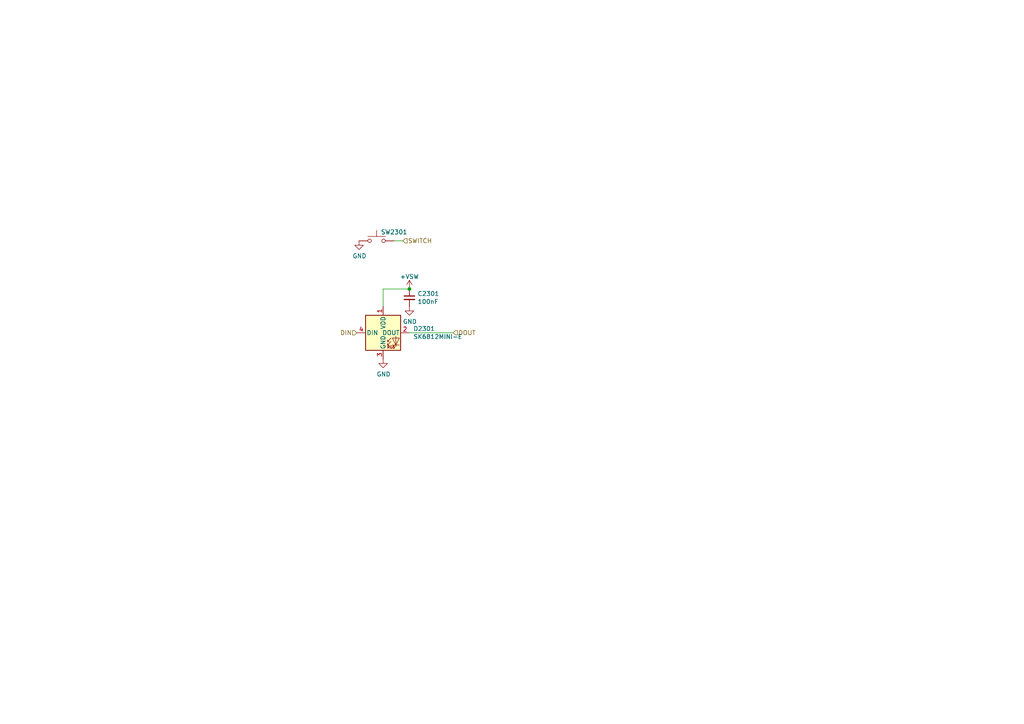
<source format=kicad_sch>
(kicad_sch (version 20211123) (generator eeschema)
  (paper "A4")
  (lib_symbols
    (symbol "Device:C_Small" (pin_numbers hide) (pin_names (offset 0.254) hide)
      (property "Reference" "C" (at 0.254 1.778 0))
      (property "Value" "C_Small" (at 0.254 -2.032 0))
      (symbol "C_Small_0_1"
        (polyline (pts (xy -1.524 -0.508) (xy 1.524 -0.508)) (stroke (width 0.3302)))
        (polyline (pts (xy -1.524 0.508) (xy 1.524 0.508)) (stroke (width 0.3048)))
      )
      (symbol "C_Small_1_1"
        (pin passive line (at 0 2.54 270) (length 2.032) (name "~") (number "1"))
        (pin passive line (at 0 -2.54 90) (length 2.032) (name "~") (number "2"))
      )
    )
    (symbol "Switch:SW_Push" (pin_numbers hide) (pin_names (offset 1.016) hide)
      (property "Reference" "SW" (at 1.27 2.54 0))
      (property "Value" "SW_Push" (at 0 -1.524 0))
      (symbol "SW_Push_0_1"
        (circle (center -2.032 0) (radius 0.508))
        (polyline (pts (xy 0 1.27) (xy 0 3.048)))
        (polyline (pts (xy 2.54 1.27) (xy -2.54 1.27)))
        (circle (center 2.032 0) (radius 0.508))
        (pin passive line (at -5.08 0 0) (length 2.54) (name "1") (number "1"))
        (pin passive line (at 5.08 0 180) (length 2.54) (name "2") (number "2"))
      )
    )
    (symbol "ergoducks:SK6812MINI-E" (pin_names (offset 0.254))
      (property "Reference" "D" (at 5.08 5.715 0))
      (property "Value" "SK6812MINI-E" (at 1.27 -5.715 0))
      (symbol "SK6812MINI-E_0_0"
        (text "RGB" (at 2.286 -4.191 0) (effects (font (size 0.762 0.762))))
      )
      (symbol "SK6812MINI-E_0_1"
        (polyline (pts (xy 1.27 -3.556) (xy 1.778 -3.556)))
        (polyline (pts (xy 1.27 -2.54) (xy 1.778 -2.54)))
        (polyline (pts (xy 4.699 -3.556) (xy 2.667 -3.556)))
        (polyline (pts (xy 2.286 -2.54) (xy 1.27 -3.556) (xy 1.27 -3.048)))
        (polyline (pts (xy 2.286 -1.524) (xy 1.27 -2.54) (xy 1.27 -2.032)))
        (polyline (pts (xy 3.683 -1.016) (xy 3.683 -3.556) (xy 3.683 -4.064)))
        (polyline (pts (xy 4.699 -1.524) (xy 2.667 -1.524) (xy 3.683 -3.556) (xy 4.699 -1.524)))
        (rectangle (start 5.08 5.08) (end -5.08 -5.08) (stroke (width 0.254)) (fill (type background)))
      )
      (symbol "SK6812MINI-E_1_1"
        (pin power_in line (at 0 7.62 270) (length 2.54) (name "VDD") (number "1"))
        (pin output line (at 7.62 0 180) (length 2.54) (name "DOUT") (number "2"))
        (pin power_in line (at 0 -7.62 90) (length 2.54) (name "GND") (number "3"))
        (pin input line (at -7.62 0 0) (length 2.54) (name "DIN") (number "4"))
      )
    )
    (symbol "power:+VSW" (power) (pin_names (offset 0))
      (property "Value" "+VSW" (at 0 3.556 0))
      (symbol "+VSW_0_1"
        (polyline (pts (xy -0.762 1.27) (xy 0 2.54)))
        (polyline (pts (xy 0 0) (xy 0 2.54)))
        (polyline (pts (xy 0 2.54) (xy 0.762 1.27)))
      )
      (symbol "+VSW_1_1"
        (pin power_in line (at 0 0 90) (length 0) hide (name "+VSW") (number "1"))
      )
    )
    (symbol "power:GND" (power) (pin_names (offset 0))
      (property "Value" "GND" (at 0 -3.81 0))
      (symbol "GND_0_1"
        (polyline (pts (xy 0 0) (xy 0 -1.27) (xy 1.27 -1.27) (xy 0 -2.54) (xy -1.27 -1.27) (xy 0 -1.27)))
      )
      (symbol "GND_1_1"
        (pin power_in line (at 0 0 270) (length 0) hide (name "GND") (number "1"))
      )
    )
  )
  (junction (at 118.745 83.82))
  (wire (pts (xy 118.745 83.82) (xy 111.125 83.82)))
  (wire (pts (xy 114.3 69.85) (xy 116.84 69.85)))
  (wire (pts (xy 118.745 96.52) (xy 131.445 96.52)))
  (wire (pts (xy 111.125 83.82) (xy 111.125 88.9)))
  (hierarchical_label "DOUT" (shape input) (at 131.445 96.52 0))
  (hierarchical_label "DIN" (shape input) (at 103.505 96.52 180))
  (hierarchical_label "SWITCH" (shape input) (at 116.84 69.85 0))
  (symbol (lib_id "Device:C_Small") (at 118.745 86.36 0) (unit 1)
    (property "Reference" "C2301" (at 121.0818 85.1916 0) (effects (justify left)))
    (property "Value" "100nF" (at 121.0818 87.503 0) (effects (justify left)))
    (property "Footprint" "Capacitor_SMD:C_0603_1608Metric_Pad1.08x0.95mm_HandSolder" (effects hide))
    (property "Datasheet" "https://media.digikey.com/pdf/Data%20Sheets/Samsung%20PDFs/CL10B104JB8NNNC_Spec.pdf" (effects hide))
    (property "MANUFACTURER" "Samsung" (effects hide))
    (property "PARTREV" " " (effects hide))
    (property "Product name" "CL10B104JB8NNNC" (effects hide))
    (property "Mouser partno" "187-CL10B104JB8NNNC" (effects hide))
    (property "Digikey partno" "1276-1033-1-ND" (effects hide))
  )
  (symbol (lib_id "power:GND") (at 118.745 88.9 0) (unit 1)
    (property "Reference" "#PWR02304" (effects hide))
    (property "Value" "~" (at 118.872 93.2942 0))
  )
  (symbol (lib_id "power:+VSW") (at 118.745 83.82 0) (unit 1)
    (property "Reference" "#PWR0134" (effects hide))
    (property "Value" "+VSW" (at 118.745 80.2442 0))
  )
  (symbol (lib_id "power:GND") (at 104.14 69.85 0) (unit 1)
    (property "Reference" "#PWR02301" (effects hide))
    (property "Value" "~" (at 104.267 74.2442 0))
  )
  (symbol (lib_id "ergoducks:SK6812MINI-E") (at 111.125 96.52 0) (unit 1)
    (property "Reference" "D2301" (at 119.8626 95.3516 0) (effects (justify left)))
    (property "Value" "SK6812MINI-E" (at 119.8626 97.663 0) (effects (justify left)))
    (property "Footprint" "prettylib:SK6812MINI-E-reversible" (effects hide))
    (property "Datasheet" "https://cdn-shop.adafruit.com/product-files/4960/4960_SK6812MINI-E_REV02_EN.pdf" (effects hide))
    (property "MANUFACTURER" "DONGGUAN OPSCO OPTOELECTRONICS" (effects hide))
    (property "PARTREV" " " (effects hide))
    (property "Product name" "SK6812MINI-E" (effects hide))
    (property "Adafruit partno" "4960" (effects hide))
    (property "Digikey partno" "1528-4960-ND" (effects hide))
  )
  (symbol (lib_id "power:GND") (at 111.125 104.14 0) (unit 1)
    (property "Reference" "#PWR02302" (effects hide))
    (property "Value" "~" (at 111.252 108.5342 0))
  )
  (symbol (lib_id "Switch:SW_Push") (at 109.22 69.85 0) (unit 1)
    (property "Reference" "SW2301" (at 114.3 67.31 0))
    (property "Footprint" "prettylib:keyboard_switch_reversible-1.5u" (effects hide))
    (property "MANUFACTURER" "Cherry" (effects hide))
    (property "PARTREV" " " (effects hide))
    (property "Product name" "MX1A-G1NA " (effects hide))
    (property "Mouser partno" "540-MX1A-G1NA" (effects hide))
    (property "Digikey partno" "MX1A-G1NA-ND" (effects hide))
  )
)
</source>
